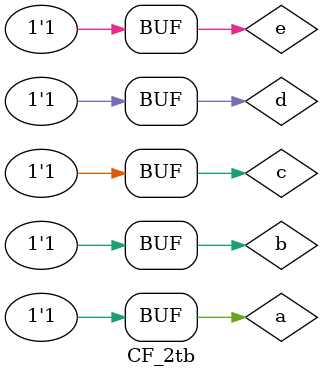
<source format=sv>
`timescale 1ns / 1ps


module CF_2tb;
reg a,b,c,d,e;
wire y;
CF_1 dut (a,b,c,d,e,y);
initial
begin
a=1'b0;b=1'b0;c=1'b0;d=1'b0;e=1'b0;
#10 a=1'b0;b=1'b0;c=1'b0;d=1'b1;
#10 a=1'b0;b=1'b0;c=1'b1;d=1'b0;
#10 a=1'b0;b=1'b0;c=1'b1;d=1'b1;
#10 a=1'b0;b=1'b1;c=1'b0;d=1'b0;
#10 a=1'b0;b=1'b1;c=1'b0;d=1'b1;
#10 a=1'b0;b=1'b1;c=1'b1;d=1'b0;
#10 a=1'b0;b=1'b1;c=1'b1;d=1'b1;
#10 a=1'b1;b=1'b0;c=1'b0;d=1'b0;
#10 a=1'b1;b=1'b0;c=1'b0;d=1'b1;
#10 a=1'b1;b=1'b0;c=1'b1;d=1'b0;
#10 a=1'b1;b=1'b0;c=1'b1;d=1'b1;
#10 a=1'b1;b=1'b1;c=1'b0;d=1'b0;
#10 a=1'b1;b=1'b1;c=1'b0;d=1'b1;
#10 a=1'b1;b=1'b1;c=1'b1;d=1'b0;
#10 a=1'b1;b=1'b1;c=1'b1;d=1'b1;
#10 a=1'b0;b=1'b0;c=1'b0;d=1'b0;e=1'b1;
#10 a=1'b0;b=1'b0;c=1'b0;d=1'b1;
#10 a=1'b0;b=1'b0;c=1'b1;d=1'b0;
#10 a=1'b0;b=1'b0;c=1'b1;d=1'b1;
#10 a=1'b0;b=1'b1;c=1'b0;d=1'b0;
#10 a=1'b0;b=1'b1;c=1'b0;d=1'b1;
#10 a=1'b0;b=1'b1;c=1'b1;d=1'b0;
#10 a=1'b0;b=1'b1;c=1'b1;d=1'b1;
#10 a=1'b1;b=1'b0;c=1'b0;d=1'b0;
#10 a=1'b1;b=1'b0;c=1'b0;d=1'b1;
#10 a=1'b1;b=1'b0;c=1'b1;d=1'b0;
#10 a=1'b1;b=1'b0;c=1'b1;d=1'b1;
#10 a=1'b1;b=1'b1;c=1'b0;d=1'b0;
#10 a=1'b1;b=1'b1;c=1'b0;d=1'b1;
#10 a=1'b1;b=1'b1;c=1'b1;d=1'b0;
#10 a=1'b1;b=1'b1;c=1'b1;d=1'b1;
end
endmodule

    

</source>
